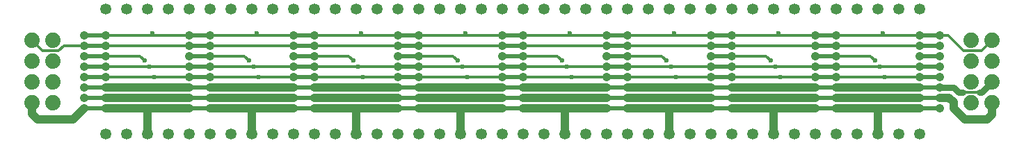
<source format=gbl>
G75*
G70*
%OFA0B0*%
%FSLAX24Y24*%
%IPPOS*%
%LPD*%
%AMOC8*
5,1,8,0,0,1.08239X$1,22.5*
%
%ADD10C,0.0413*%
%ADD11C,0.0740*%
%ADD12C,0.0531*%
%ADD13C,0.0394*%
%ADD14C,0.0197*%
%ADD15C,0.0315*%
%ADD16C,0.0130*%
%ADD17C,0.0118*%
%ADD18C,0.0236*%
D10*
X009300Y004084D03*
X010312Y004084D03*
X010312Y004584D03*
X009300Y004584D03*
X009300Y005084D03*
X010312Y005084D03*
X010312Y005584D03*
X009300Y005584D03*
X009300Y006084D03*
X010312Y006084D03*
X010312Y006584D03*
X009300Y006584D03*
X009300Y007084D03*
X010312Y007084D03*
X010312Y007584D03*
X009300Y007584D03*
X014312Y007584D03*
X015312Y007584D03*
X015312Y007084D03*
X014312Y007084D03*
X014312Y006584D03*
X015312Y006584D03*
X015312Y006084D03*
X014312Y006084D03*
X014312Y005584D03*
X015312Y005584D03*
X015312Y005084D03*
X014312Y005084D03*
X014312Y004584D03*
X015312Y004584D03*
X015312Y004084D03*
X014312Y004084D03*
X019312Y004084D03*
X020312Y004084D03*
X020312Y004584D03*
X019312Y004584D03*
X019312Y005084D03*
X020312Y005084D03*
X020312Y005584D03*
X019312Y005584D03*
X019312Y006084D03*
X020312Y006084D03*
X020312Y006584D03*
X019312Y006584D03*
X019312Y007084D03*
X020312Y007084D03*
X020312Y007584D03*
X019312Y007584D03*
X024312Y007584D03*
X025312Y007584D03*
X025312Y007084D03*
X024312Y007084D03*
X024312Y006584D03*
X025312Y006584D03*
X025312Y006084D03*
X024312Y006084D03*
X024312Y005584D03*
X025312Y005584D03*
X025312Y005084D03*
X024312Y005084D03*
X024312Y004584D03*
X025312Y004584D03*
X025312Y004084D03*
X024312Y004084D03*
X029312Y004084D03*
X030312Y004084D03*
X030312Y004584D03*
X029312Y004584D03*
X029312Y005084D03*
X030312Y005084D03*
X030312Y005584D03*
X029312Y005584D03*
X029312Y006084D03*
X030312Y006084D03*
X030312Y006584D03*
X029312Y006584D03*
X029312Y007084D03*
X030312Y007084D03*
X030312Y007584D03*
X029312Y007584D03*
X034312Y007584D03*
X035312Y007584D03*
X035312Y007084D03*
X034312Y007084D03*
X034312Y006584D03*
X035312Y006584D03*
X035312Y006084D03*
X034312Y006084D03*
X034312Y005584D03*
X035312Y005584D03*
X035312Y005084D03*
X034312Y005084D03*
X034312Y004584D03*
X035312Y004584D03*
X035312Y004084D03*
X034312Y004084D03*
X039312Y004084D03*
X040312Y004084D03*
X040312Y004584D03*
X039312Y004584D03*
X039312Y005084D03*
X040312Y005084D03*
X040312Y005584D03*
X039312Y005584D03*
X039312Y006084D03*
X040312Y006084D03*
X040312Y006584D03*
X039312Y006584D03*
X039312Y007084D03*
X040312Y007084D03*
X040312Y007584D03*
X039312Y007584D03*
X044312Y007584D03*
X045312Y007584D03*
X045312Y007084D03*
X044312Y007084D03*
X044312Y006584D03*
X045312Y006584D03*
X045312Y006084D03*
X044312Y006084D03*
X044312Y005584D03*
X045312Y005584D03*
X045312Y005084D03*
X044312Y005084D03*
X044312Y004584D03*
X045312Y004584D03*
X045312Y004084D03*
X044312Y004084D03*
X049312Y004084D03*
X050300Y004084D03*
X050300Y004584D03*
X049312Y004584D03*
X049312Y005084D03*
X050300Y005084D03*
X050300Y005584D03*
X049312Y005584D03*
X049312Y006084D03*
X050300Y006084D03*
X050300Y006584D03*
X049312Y006584D03*
X049312Y007084D03*
X050300Y007084D03*
X050300Y007584D03*
X049312Y007584D03*
D11*
X051800Y007334D03*
X052800Y007334D03*
X052800Y006334D03*
X051800Y006334D03*
X051800Y005334D03*
X052800Y005334D03*
X052800Y004334D03*
X051800Y004334D03*
X007800Y004334D03*
X006800Y004334D03*
X006800Y005334D03*
X007800Y005334D03*
X007800Y006334D03*
X006800Y006334D03*
X006800Y007334D03*
X007800Y007334D03*
D12*
X010312Y002834D03*
X011312Y002834D03*
X012312Y002834D03*
X013312Y002834D03*
X014312Y002834D03*
X015312Y002834D03*
X016312Y002834D03*
X017312Y002834D03*
X018312Y002834D03*
X019312Y002834D03*
X020312Y002834D03*
X021312Y002834D03*
X022312Y002834D03*
X023312Y002834D03*
X024312Y002834D03*
X025312Y002834D03*
X026312Y002834D03*
X027312Y002834D03*
X028312Y002834D03*
X029312Y002834D03*
X030312Y002834D03*
X031312Y002834D03*
X032312Y002834D03*
X033312Y002834D03*
X034312Y002834D03*
X035312Y002834D03*
X036312Y002834D03*
X037312Y002834D03*
X038312Y002834D03*
X039312Y002834D03*
X040312Y002834D03*
X041312Y002834D03*
X042312Y002834D03*
X043312Y002834D03*
X044312Y002834D03*
X045312Y002834D03*
X046312Y002834D03*
X047312Y002834D03*
X048312Y002834D03*
X049312Y002834D03*
X049312Y008834D03*
X048312Y008834D03*
X047312Y008834D03*
X046312Y008834D03*
X045312Y008834D03*
X044312Y008834D03*
X043312Y008834D03*
X042312Y008834D03*
X041312Y008834D03*
X040312Y008834D03*
X039312Y008834D03*
X038312Y008834D03*
X037312Y008834D03*
X036312Y008834D03*
X035312Y008834D03*
X034312Y008834D03*
X033312Y008834D03*
X032312Y008834D03*
X031312Y008834D03*
X030312Y008834D03*
X029312Y008834D03*
X028312Y008834D03*
X027312Y008834D03*
X026312Y008834D03*
X025312Y008834D03*
X024312Y008834D03*
X023312Y008834D03*
X022312Y008834D03*
X021312Y008834D03*
X020312Y008834D03*
X019312Y008834D03*
X018312Y008834D03*
X017312Y008834D03*
X016312Y008834D03*
X015312Y008834D03*
X014312Y008834D03*
X013312Y008834D03*
X012312Y008834D03*
X011312Y008834D03*
X010312Y008834D03*
D13*
X010312Y005084D02*
X011603Y005084D01*
X014312Y005084D01*
X015312Y005084D02*
X016603Y005084D01*
X019312Y005084D01*
X020312Y005084D02*
X021603Y005084D01*
X024312Y005084D01*
X025312Y005084D02*
X026603Y005084D01*
X029312Y005084D01*
X030312Y005084D02*
X031603Y005084D01*
X034312Y005084D01*
X035312Y005084D02*
X036603Y005084D01*
X039312Y005084D01*
X040312Y005084D02*
X041603Y005084D01*
X044312Y005084D01*
X045312Y005084D02*
X046603Y005084D01*
X049312Y005084D01*
X049312Y004584D02*
X045312Y004584D01*
X044312Y004584D02*
X040312Y004584D01*
X039312Y004584D02*
X035312Y004584D01*
X034312Y004584D02*
X030312Y004584D01*
X029312Y004584D02*
X025312Y004584D01*
X024312Y004584D02*
X020312Y004584D01*
X019312Y004584D02*
X015312Y004584D01*
X014312Y004584D02*
X010312Y004584D01*
X010312Y004084D02*
X012187Y004084D01*
X012312Y003959D01*
X012312Y002834D01*
X009300Y004084D02*
X008747Y003531D01*
X007064Y003531D01*
X006800Y003794D01*
X006800Y004334D01*
X012187Y004084D02*
X014312Y004084D01*
X015312Y004084D02*
X017187Y004084D01*
X017312Y003959D01*
X017312Y002834D01*
X022312Y002834D02*
X022312Y003959D01*
X022187Y004084D01*
X024312Y004084D01*
X025312Y004084D02*
X027187Y004084D01*
X027312Y003959D01*
X027312Y002834D01*
X032312Y002834D02*
X032312Y003959D01*
X032187Y004084D01*
X034312Y004084D01*
X035312Y004084D02*
X037187Y004084D01*
X037312Y003959D01*
X037312Y002834D01*
X042312Y002834D02*
X042312Y003959D01*
X042187Y004084D01*
X044312Y004084D01*
X045312Y004084D02*
X047187Y004084D01*
X047312Y003959D01*
X047312Y002834D01*
X050965Y004062D02*
X051497Y003531D01*
X052560Y003531D01*
X052800Y003771D01*
X052800Y004334D01*
X050965Y004357D02*
X050965Y004062D01*
X050965Y004357D02*
X050739Y004584D01*
X050300Y004584D01*
X049312Y004084D02*
X047187Y004084D01*
X042187Y004084D02*
X040312Y004084D01*
X039312Y004084D02*
X037187Y004084D01*
X032187Y004084D02*
X030312Y004084D01*
X029312Y004084D02*
X027187Y004084D01*
X022187Y004084D02*
X020312Y004084D01*
X019312Y004084D02*
X017187Y004084D01*
D14*
X015312Y004084D02*
X014312Y004084D01*
X014312Y004584D02*
X015312Y004584D01*
X015312Y005084D02*
X014312Y005084D01*
X014312Y005584D02*
X015312Y005584D01*
X015312Y006084D02*
X014312Y006084D01*
X014312Y006584D02*
X015312Y006584D01*
X015312Y007084D02*
X014312Y007084D01*
X014312Y007584D02*
X015312Y007584D01*
X019312Y007584D02*
X020312Y007584D01*
X020312Y007084D02*
X019312Y007084D01*
X019312Y006584D02*
X020312Y006584D01*
X020312Y006084D02*
X019312Y006084D01*
X019312Y005584D02*
X020312Y005584D01*
X020312Y005084D02*
X019312Y005084D01*
X019312Y004584D02*
X020312Y004584D01*
X020312Y004084D02*
X019312Y004084D01*
X024312Y004084D02*
X025312Y004084D01*
X025312Y004584D02*
X024312Y004584D01*
X024312Y005084D02*
X025312Y005084D01*
X025312Y005584D02*
X024312Y005584D01*
X024312Y006084D02*
X025312Y006084D01*
X025312Y006584D02*
X024312Y006584D01*
X024312Y007084D02*
X025312Y007084D01*
X025312Y007584D02*
X024312Y007584D01*
X029312Y007584D02*
X030312Y007584D01*
X030312Y007084D02*
X029312Y007084D01*
X029312Y006584D02*
X030312Y006584D01*
X030312Y006084D02*
X029312Y006084D01*
X029312Y005584D02*
X030312Y005584D01*
X030312Y005084D02*
X029312Y005084D01*
X029312Y004584D02*
X030312Y004584D01*
X030312Y004084D02*
X029312Y004084D01*
X034312Y004084D02*
X035312Y004084D01*
X035312Y004584D02*
X034312Y004584D01*
X034312Y005084D02*
X035312Y005084D01*
X035312Y005584D02*
X034312Y005584D01*
X034312Y006084D02*
X035312Y006084D01*
X035312Y006584D02*
X034312Y006584D01*
X034312Y007084D02*
X035312Y007084D01*
X035312Y007584D02*
X034312Y007584D01*
X039312Y007584D02*
X040312Y007584D01*
X040312Y007084D02*
X039312Y007084D01*
X039312Y006584D02*
X040312Y006584D01*
X040312Y006084D02*
X039312Y006084D01*
X039312Y005584D02*
X040312Y005584D01*
X040312Y005084D02*
X039312Y005084D01*
X039312Y004584D02*
X040312Y004584D01*
X040312Y004084D02*
X039312Y004084D01*
X044312Y004084D02*
X045312Y004084D01*
X045312Y004584D02*
X044312Y004584D01*
X044312Y005084D02*
X045312Y005084D01*
X045312Y005584D02*
X044312Y005584D01*
X044312Y006084D02*
X045312Y006084D01*
X045312Y006584D02*
X044312Y006584D01*
X044312Y007084D02*
X045312Y007084D01*
X045312Y007584D02*
X044312Y007584D01*
X049312Y007584D02*
X050312Y007584D01*
X050312Y007084D02*
X049312Y007084D01*
X049312Y006584D02*
X050312Y006584D01*
X050312Y006084D02*
X049312Y006084D01*
X049312Y005584D02*
X050312Y005584D01*
X050312Y005084D02*
X049312Y005084D01*
X049312Y004584D02*
X050312Y004584D01*
X050312Y004084D02*
X049312Y004084D01*
X010300Y004084D02*
X009300Y004084D01*
X009300Y004584D02*
X010300Y004584D01*
X010300Y005084D02*
X009300Y005084D01*
X009300Y005584D02*
X010300Y005584D01*
X010300Y006084D02*
X009300Y006084D01*
X009300Y006584D02*
X010300Y006584D01*
X010300Y007084D02*
X009300Y007084D01*
X009300Y007584D02*
X010300Y007584D01*
D15*
X050300Y005084D02*
X050947Y005084D01*
X051201Y004830D01*
X051378Y004830D01*
X052205Y004830D02*
X052296Y004830D01*
X052800Y005334D01*
D16*
X052205Y004830D02*
X051378Y004830D01*
D17*
X049312Y005584D02*
X047666Y005584D01*
X045312Y005584D01*
X044312Y005584D02*
X042666Y005584D01*
X040312Y005584D01*
X039312Y005584D02*
X037666Y005584D01*
X035312Y005584D01*
X034312Y005584D02*
X032666Y005584D01*
X030312Y005584D01*
X029312Y005584D02*
X027666Y005584D01*
X025312Y005584D01*
X024312Y005584D02*
X022666Y005584D01*
X020312Y005584D01*
X019312Y005584D02*
X017666Y005584D01*
X015312Y005584D01*
X014312Y005584D02*
X012666Y005584D01*
X010312Y005584D01*
X010312Y006084D02*
X012430Y006084D01*
X014312Y006084D01*
X015312Y006084D02*
X017430Y006084D01*
X019312Y006084D01*
X020312Y006084D02*
X022430Y006084D01*
X024312Y006084D01*
X025312Y006084D02*
X027430Y006084D01*
X029312Y006084D01*
X030312Y006084D02*
X032430Y006084D01*
X034312Y006084D01*
X035312Y006084D02*
X037430Y006084D01*
X039312Y006084D01*
X040312Y006084D02*
X042430Y006084D01*
X044312Y006084D01*
X045312Y006084D02*
X047430Y006084D01*
X049312Y006084D01*
X047193Y006365D02*
X046975Y006584D01*
X045312Y006584D01*
X045312Y007084D02*
X049312Y007084D01*
X050691Y007584D02*
X051438Y006838D01*
X052304Y006838D01*
X052800Y007334D01*
X050691Y007584D02*
X050300Y007584D01*
X049312Y007584D02*
X047548Y007584D01*
X047548Y007664D01*
X047548Y007584D02*
X045312Y007584D01*
X044312Y007584D02*
X042548Y007584D01*
X042548Y007664D01*
X042548Y007584D02*
X040312Y007584D01*
X039312Y007584D02*
X037548Y007584D01*
X037548Y007664D01*
X037548Y007584D02*
X035312Y007584D01*
X034312Y007584D02*
X032548Y007584D01*
X032548Y007664D01*
X032548Y007584D02*
X030312Y007584D01*
X029312Y007584D02*
X027548Y007584D01*
X027548Y007664D01*
X027548Y007584D02*
X025312Y007584D01*
X024312Y007584D02*
X022548Y007584D01*
X022548Y007664D01*
X022548Y007584D02*
X020312Y007584D01*
X019312Y007584D02*
X017548Y007584D01*
X017548Y007664D01*
X017548Y007584D02*
X015312Y007584D01*
X014312Y007584D02*
X012548Y007584D01*
X012548Y007664D01*
X012548Y007584D02*
X010312Y007584D01*
X010312Y007084D02*
X014312Y007084D01*
X015312Y007084D02*
X019312Y007084D01*
X020312Y007084D02*
X024312Y007084D01*
X025312Y007084D02*
X029312Y007084D01*
X030312Y007084D02*
X034312Y007084D01*
X035312Y007084D02*
X039312Y007084D01*
X040312Y007084D02*
X044312Y007084D01*
X042193Y006365D02*
X041975Y006584D01*
X040312Y006584D01*
X037193Y006365D02*
X036975Y006584D01*
X035312Y006584D01*
X032193Y006365D02*
X031975Y006584D01*
X030312Y006584D01*
X027193Y006365D02*
X026975Y006584D01*
X025312Y006584D01*
X022193Y006365D02*
X021975Y006584D01*
X020312Y006584D01*
X017193Y006365D02*
X016975Y006584D01*
X015312Y006584D01*
X012193Y006365D02*
X011975Y006584D01*
X010312Y006584D01*
X009300Y007084D02*
X008314Y007084D01*
X008067Y006838D01*
X007296Y006838D01*
X006800Y007334D01*
D18*
X012193Y006365D03*
X012430Y006084D03*
X012666Y005584D03*
X011603Y005084D03*
X011308Y005084D03*
X016308Y005084D03*
X016603Y005084D03*
X017666Y005584D03*
X017430Y006084D03*
X017193Y006365D03*
X022193Y006365D03*
X022430Y006084D03*
X022666Y005584D03*
X021603Y005084D03*
X021308Y005084D03*
X026308Y005084D03*
X026603Y005084D03*
X027666Y005584D03*
X027430Y006084D03*
X027193Y006365D03*
X032193Y006365D03*
X032430Y006084D03*
X032666Y005584D03*
X031603Y005084D03*
X031308Y005084D03*
X036308Y005084D03*
X036603Y005084D03*
X037666Y005584D03*
X037430Y006084D03*
X037193Y006365D03*
X042193Y006365D03*
X042430Y006084D03*
X042666Y005584D03*
X041603Y005084D03*
X041308Y005084D03*
X046308Y005084D03*
X046603Y005084D03*
X047666Y005584D03*
X047430Y006084D03*
X047193Y006365D03*
X047548Y007664D03*
X042548Y007664D03*
X037548Y007664D03*
X032548Y007664D03*
X027548Y007664D03*
X022548Y007664D03*
X017548Y007664D03*
X012548Y007664D03*
M02*

</source>
